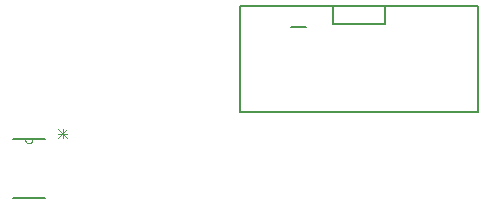
<source format=gbo>
G75*
G70*
%OFA0B0*%
%FSLAX24Y24*%
%IPPOS*%
%LPD*%
%AMOC8*
5,1,8,0,0,1.08239X$1,22.5*
%
%ADD10C,0.0080*%
%ADD11C,0.0060*%
%ADD12C,0.0000*%
%ADD13C,0.0030*%
D10*
X012920Y010373D02*
X020873Y010373D01*
X020873Y013916D01*
X017763Y013916D01*
X017763Y013326D01*
X016030Y013326D01*
X016030Y013916D01*
X012920Y013916D01*
X012920Y010412D01*
X014647Y013237D02*
X015147Y013237D01*
X016030Y013916D02*
X017763Y013916D01*
D11*
X006433Y007515D02*
X005353Y007515D01*
X005353Y009475D02*
X005773Y009475D01*
X006013Y009475D01*
X006433Y009475D01*
D12*
X006013Y009475D02*
X006011Y009454D01*
X006006Y009434D01*
X005997Y009415D01*
X005985Y009398D01*
X005970Y009383D01*
X005953Y009371D01*
X005934Y009362D01*
X005914Y009357D01*
X005893Y009355D01*
X005872Y009357D01*
X005852Y009362D01*
X005833Y009371D01*
X005816Y009383D01*
X005801Y009398D01*
X005789Y009415D01*
X005780Y009434D01*
X005775Y009454D01*
X005773Y009475D01*
D13*
X006864Y009508D02*
X007178Y009822D01*
X007178Y009665D02*
X006864Y009665D01*
X006864Y009822D02*
X007178Y009508D01*
X007021Y009508D02*
X007021Y009822D01*
M02*

</source>
